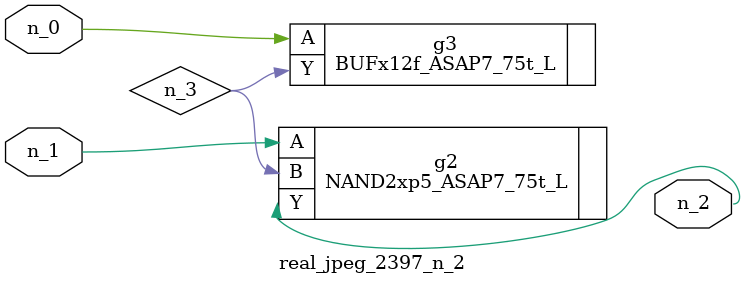
<source format=v>
module real_jpeg_2397_n_2 (n_1, n_0, n_2);

input n_1;
input n_0;

output n_2;

wire n_3;

BUFx12f_ASAP7_75t_L g3 ( 
.A(n_0),
.Y(n_3)
);

NAND2xp5_ASAP7_75t_L g2 ( 
.A(n_1),
.B(n_3),
.Y(n_2)
);


endmodule
</source>
